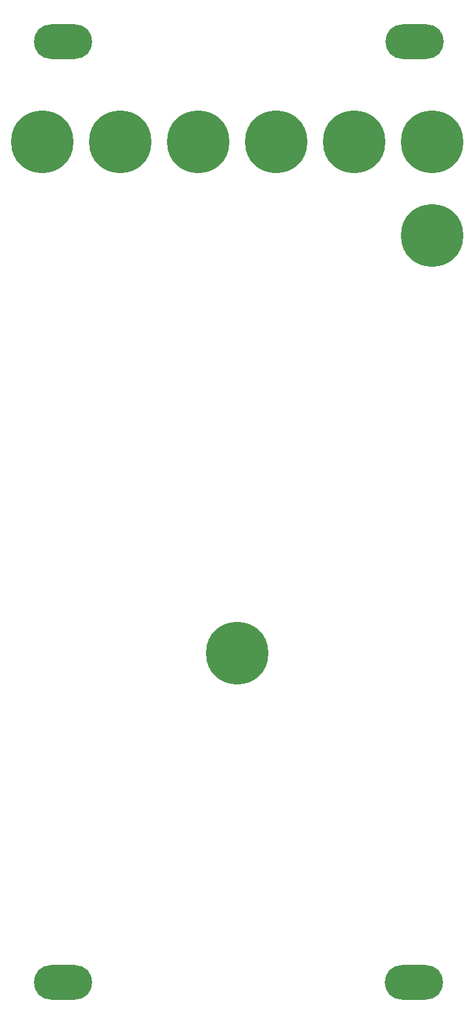
<source format=gbl>
G04 DipTrace 4.0.0.0*
G04 uTest_PCBpanel.GBL*
%MOIN*%
G04 #@! TF.FileFunction,Copper,L2,Bot*
G04 #@! TF.Part,Single*
G04 #@! TA.AperFunction,ComponentPad*
%ADD18O,0.299213X0.177165*%
%ADD19C,0.32*%
%FSLAX26Y26*%
G04*
G70*
G90*
G75*
G01*
G04 Bottom*
%LPD*%
D18*
X2500213Y512970D3*
X2501441Y5332119D3*
D19*
X2194000Y4819000D3*
X1794000D3*
X1394000D3*
X994000D3*
X2594000Y4337749D3*
Y4819000D3*
X594000D3*
D18*
X700682Y512178D3*
Y5332029D3*
D19*
X1594000Y2200249D3*
M02*

</source>
